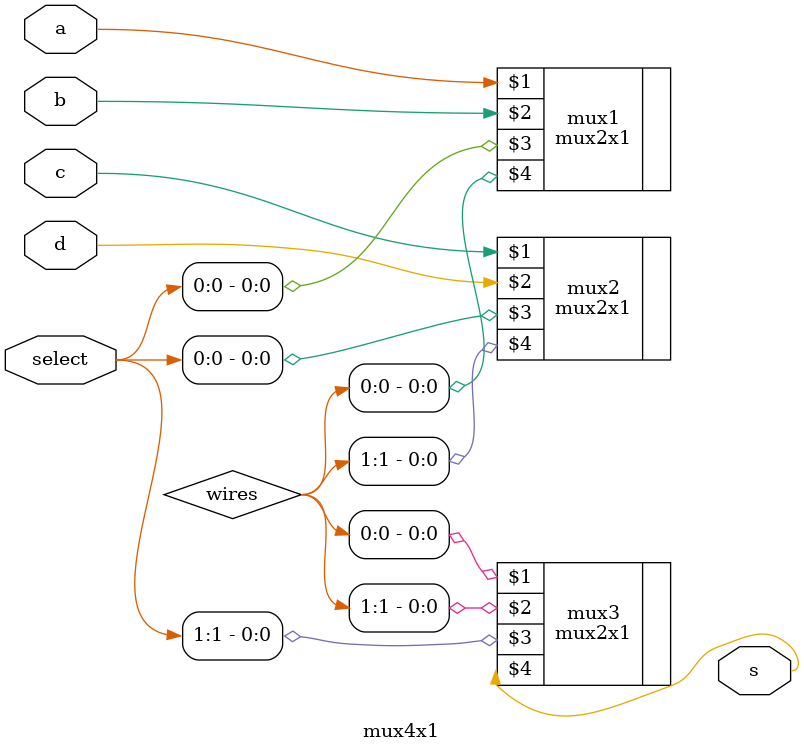
<source format=v>
module mux4x1(input a ,b ,c ,d , input[1:0] select, output s );

wire[1:0] wires;
mux2x1 mux1(a, b,select[0],wires[0]);
mux2x1 mux2(c , d, select[0], wires[1]);
mux2x1 mux3(wires[0],wires[1],select[1],s);

endmodule
</source>
